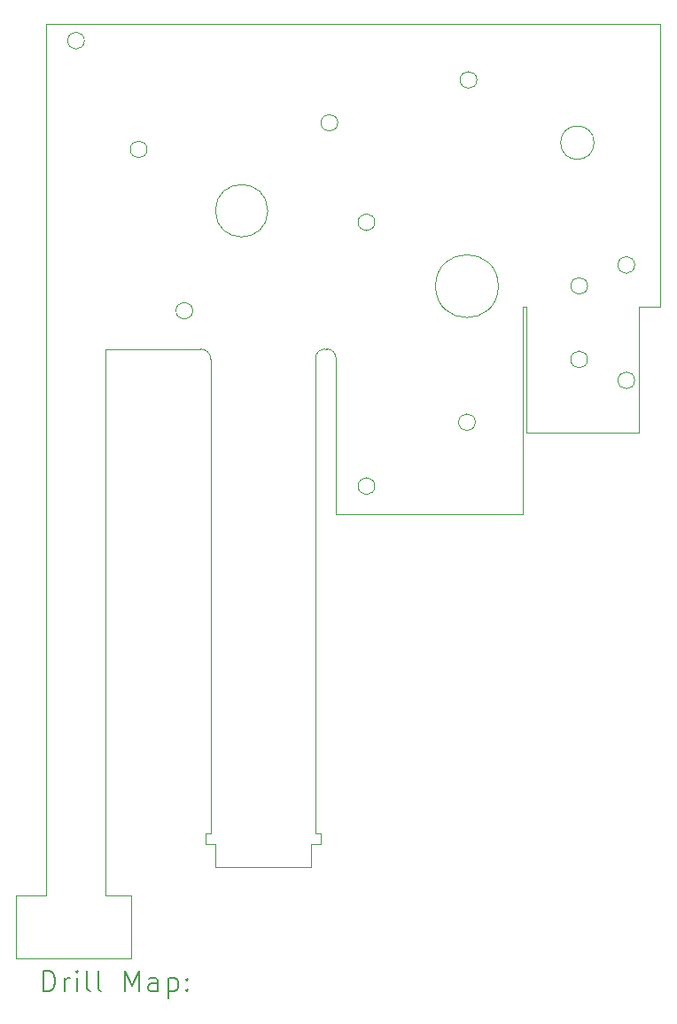
<source format=gbr>
%TF.GenerationSoftware,KiCad,Pcbnew,9.0.3*%
%TF.CreationDate,2025-08-12T13:31:59+03:00*%
%TF.ProjectId,Right,52696768-742e-46b6-9963-61645f706362,rev?*%
%TF.SameCoordinates,Original*%
%TF.FileFunction,Drillmap*%
%TF.FilePolarity,Positive*%
%FSLAX45Y45*%
G04 Gerber Fmt 4.5, Leading zero omitted, Abs format (unit mm)*
G04 Created by KiCad (PCBNEW 9.0.3) date 2025-08-12 13:31:59*
%MOMM*%
%LPD*%
G01*
G04 APERTURE LIST*
%ADD10C,0.050000*%
%ADD11C,0.200000*%
G04 APERTURE END LIST*
D10*
X15053000Y-13400000D02*
G75*
G02*
X14893000Y-13400000I-80000J0D01*
G01*
X14893000Y-13400000D02*
G75*
G02*
X15053000Y-13400000I80000J0D01*
G01*
X14020000Y-12700000D02*
X14020000Y-13900000D01*
X11547000Y-11780000D02*
G75*
G02*
X11047000Y-11780000I-250000J0D01*
G01*
X11047000Y-11780000D02*
G75*
G02*
X11547000Y-11780000I250000J0D01*
G01*
X10393000Y-11193700D02*
G75*
G02*
X10233000Y-11193700I-80000J0D01*
G01*
X10233000Y-11193700D02*
G75*
G02*
X10393000Y-11193700I80000J0D01*
G01*
X12570000Y-14410000D02*
G75*
G02*
X12410000Y-14410000I-80000J0D01*
G01*
X12410000Y-14410000D02*
G75*
G02*
X12570000Y-14410000I80000J0D01*
G01*
X12110000Y-13100000D02*
X12093000Y-13100000D01*
X13750000Y-12500000D02*
G75*
G02*
X13150000Y-12500000I-300000J0D01*
G01*
X13150000Y-12500000D02*
G75*
G02*
X13750000Y-12500000I300000J0D01*
G01*
X11003000Y-17727000D02*
X11003000Y-13200000D01*
X12200000Y-14675000D02*
X13983000Y-14675000D01*
X9795000Y-10155500D02*
G75*
G02*
X9635000Y-10155500I-80000J0D01*
G01*
X9635000Y-10155500D02*
G75*
G02*
X9795000Y-10155500I80000J0D01*
G01*
X15091000Y-12700000D02*
X15091000Y-13900000D01*
X10000000Y-10000000D02*
X15300000Y-10000000D01*
X10245000Y-18323000D02*
X10245000Y-18923000D01*
X10000000Y-13100000D02*
X10000000Y-18323000D01*
X14665000Y-11130000D02*
G75*
G02*
X14345000Y-11130000I-160000J0D01*
G01*
X14345000Y-11130000D02*
G75*
G02*
X14665000Y-11130000I160000J0D01*
G01*
X9425000Y-18323000D02*
X9425000Y-10000000D01*
X12216000Y-10940000D02*
G75*
G02*
X12056000Y-10940000I-80000J0D01*
G01*
X12056000Y-10940000D02*
G75*
G02*
X12216000Y-10940000I80000J0D01*
G01*
X12570000Y-11890000D02*
G75*
G02*
X12410000Y-11890000I-80000J0D01*
G01*
X12410000Y-11890000D02*
G75*
G02*
X12570000Y-11890000I80000J0D01*
G01*
X9145000Y-18923000D02*
X9145000Y-18323000D01*
X10000000Y-10000000D02*
X9425000Y-10000000D01*
X10000000Y-18323000D02*
X10245000Y-18323000D01*
X13545000Y-10531000D02*
G75*
G02*
X13385000Y-10531000I-80000J0D01*
G01*
X13385000Y-10531000D02*
G75*
G02*
X13545000Y-10531000I80000J0D01*
G01*
X14020000Y-13900000D02*
X15091000Y-13900000D01*
X12200000Y-13190000D02*
X12200000Y-14675000D01*
X14020000Y-12700000D02*
X13983000Y-12700000D01*
X14603000Y-12497500D02*
G75*
G02*
X14443000Y-12497500I-80000J0D01*
G01*
X14443000Y-12497500D02*
G75*
G02*
X14603000Y-12497500I80000J0D01*
G01*
X13530000Y-13800000D02*
G75*
G02*
X13370000Y-13800000I-80000J0D01*
G01*
X13370000Y-13800000D02*
G75*
G02*
X13530000Y-13800000I80000J0D01*
G01*
X15053000Y-12297500D02*
G75*
G02*
X14893000Y-12297500I-80000J0D01*
G01*
X14893000Y-12297500D02*
G75*
G02*
X15053000Y-12297500I80000J0D01*
G01*
X15300000Y-10000000D02*
X15300000Y-12700000D01*
X10903289Y-13100000D02*
G75*
G02*
X11003000Y-13200000I1J-99710D01*
G01*
X14602000Y-13200000D02*
G75*
G02*
X14442000Y-13200000I-80000J0D01*
G01*
X14442000Y-13200000D02*
G75*
G02*
X14602000Y-13200000I80000J0D01*
G01*
X10245000Y-18923000D02*
X9145000Y-18923000D01*
X15300000Y-12700000D02*
X15091000Y-12700000D01*
X12110000Y-13100000D02*
G75*
G02*
X12200000Y-13190000I0J-90000D01*
G01*
X12003000Y-17727000D02*
X12003000Y-13190000D01*
X10830000Y-12735000D02*
G75*
G02*
X10670000Y-12735000I-80000J0D01*
G01*
X10670000Y-12735000D02*
G75*
G02*
X10830000Y-12735000I80000J0D01*
G01*
X12003000Y-13190000D02*
G75*
G02*
X12093000Y-13100000I90000J0D01*
G01*
X9145000Y-18323000D02*
X9425000Y-18323000D01*
X10903289Y-13100000D02*
X10000000Y-13100000D01*
X13983000Y-14675000D02*
X13983000Y-12700000D01*
X10949000Y-17827000D02*
X10949000Y-17727000D01*
X11003000Y-17727000D02*
X10949000Y-17727000D01*
X11049000Y-17827000D02*
X10949000Y-17827000D01*
X11049000Y-18044000D02*
X11049000Y-17827000D01*
X11049000Y-18044000D02*
X11957000Y-18044000D01*
X11957000Y-17827000D02*
X12057000Y-17827000D01*
X11957000Y-18044000D02*
X11957000Y-17827000D01*
X12003000Y-17727000D02*
X12057000Y-17727000D01*
X12057000Y-17827000D02*
X12057000Y-17727000D01*
D11*
X9403277Y-19236984D02*
X9403277Y-19036984D01*
X9403277Y-19036984D02*
X9450896Y-19036984D01*
X9450896Y-19036984D02*
X9479467Y-19046508D01*
X9479467Y-19046508D02*
X9498515Y-19065555D01*
X9498515Y-19065555D02*
X9508039Y-19084603D01*
X9508039Y-19084603D02*
X9517563Y-19122698D01*
X9517563Y-19122698D02*
X9517563Y-19151270D01*
X9517563Y-19151270D02*
X9508039Y-19189365D01*
X9508039Y-19189365D02*
X9498515Y-19208412D01*
X9498515Y-19208412D02*
X9479467Y-19227460D01*
X9479467Y-19227460D02*
X9450896Y-19236984D01*
X9450896Y-19236984D02*
X9403277Y-19236984D01*
X9603277Y-19236984D02*
X9603277Y-19103650D01*
X9603277Y-19141746D02*
X9612801Y-19122698D01*
X9612801Y-19122698D02*
X9622324Y-19113174D01*
X9622324Y-19113174D02*
X9641372Y-19103650D01*
X9641372Y-19103650D02*
X9660420Y-19103650D01*
X9727086Y-19236984D02*
X9727086Y-19103650D01*
X9727086Y-19036984D02*
X9717563Y-19046508D01*
X9717563Y-19046508D02*
X9727086Y-19056031D01*
X9727086Y-19056031D02*
X9736610Y-19046508D01*
X9736610Y-19046508D02*
X9727086Y-19036984D01*
X9727086Y-19036984D02*
X9727086Y-19056031D01*
X9850896Y-19236984D02*
X9831848Y-19227460D01*
X9831848Y-19227460D02*
X9822324Y-19208412D01*
X9822324Y-19208412D02*
X9822324Y-19036984D01*
X9955658Y-19236984D02*
X9936610Y-19227460D01*
X9936610Y-19227460D02*
X9927086Y-19208412D01*
X9927086Y-19208412D02*
X9927086Y-19036984D01*
X10184229Y-19236984D02*
X10184229Y-19036984D01*
X10184229Y-19036984D02*
X10250896Y-19179841D01*
X10250896Y-19179841D02*
X10317563Y-19036984D01*
X10317563Y-19036984D02*
X10317563Y-19236984D01*
X10498515Y-19236984D02*
X10498515Y-19132222D01*
X10498515Y-19132222D02*
X10488991Y-19113174D01*
X10488991Y-19113174D02*
X10469944Y-19103650D01*
X10469944Y-19103650D02*
X10431848Y-19103650D01*
X10431848Y-19103650D02*
X10412801Y-19113174D01*
X10498515Y-19227460D02*
X10479467Y-19236984D01*
X10479467Y-19236984D02*
X10431848Y-19236984D01*
X10431848Y-19236984D02*
X10412801Y-19227460D01*
X10412801Y-19227460D02*
X10403277Y-19208412D01*
X10403277Y-19208412D02*
X10403277Y-19189365D01*
X10403277Y-19189365D02*
X10412801Y-19170317D01*
X10412801Y-19170317D02*
X10431848Y-19160793D01*
X10431848Y-19160793D02*
X10479467Y-19160793D01*
X10479467Y-19160793D02*
X10498515Y-19151270D01*
X10593753Y-19103650D02*
X10593753Y-19303650D01*
X10593753Y-19113174D02*
X10612801Y-19103650D01*
X10612801Y-19103650D02*
X10650896Y-19103650D01*
X10650896Y-19103650D02*
X10669944Y-19113174D01*
X10669944Y-19113174D02*
X10679467Y-19122698D01*
X10679467Y-19122698D02*
X10688991Y-19141746D01*
X10688991Y-19141746D02*
X10688991Y-19198889D01*
X10688991Y-19198889D02*
X10679467Y-19217936D01*
X10679467Y-19217936D02*
X10669944Y-19227460D01*
X10669944Y-19227460D02*
X10650896Y-19236984D01*
X10650896Y-19236984D02*
X10612801Y-19236984D01*
X10612801Y-19236984D02*
X10593753Y-19227460D01*
X10774705Y-19217936D02*
X10784229Y-19227460D01*
X10784229Y-19227460D02*
X10774705Y-19236984D01*
X10774705Y-19236984D02*
X10765182Y-19227460D01*
X10765182Y-19227460D02*
X10774705Y-19217936D01*
X10774705Y-19217936D02*
X10774705Y-19236984D01*
X10774705Y-19113174D02*
X10784229Y-19122698D01*
X10784229Y-19122698D02*
X10774705Y-19132222D01*
X10774705Y-19132222D02*
X10765182Y-19122698D01*
X10765182Y-19122698D02*
X10774705Y-19113174D01*
X10774705Y-19113174D02*
X10774705Y-19132222D01*
M02*

</source>
